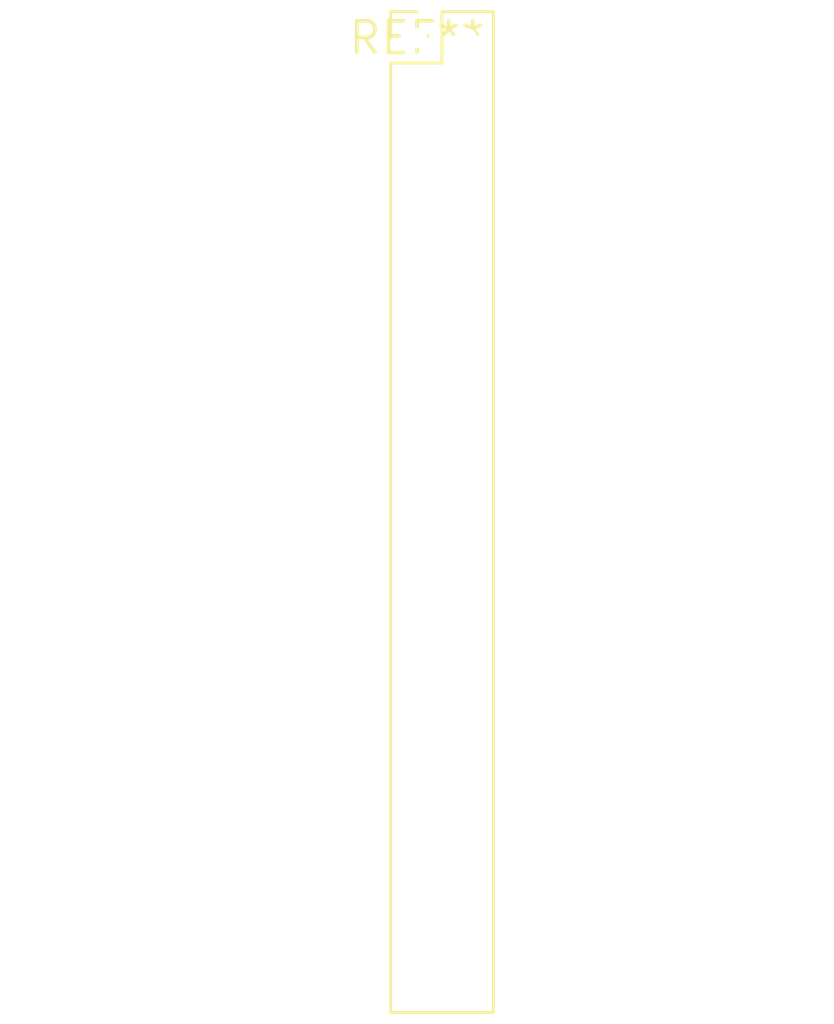
<source format=kicad_pcb>
(kicad_pcb (version 20240108) (generator pcbnew)
  (layers (0 "F.Cu" signal) (31 "B.Cu" signal) (34 "B.Paste" user) (35 "F.Paste" user) (36 "B.SilkS" user "B.Silkscreen") (37 "F.SilkS" user "F.Silkscreen") (38 "B.Mask" user) (39 "F.Mask" user) (44 "Edge.Cuts" user))
  (net 0 "")
  (footprint "PinHeader_2x20_P2.00mm_Vertical" (layer "F.Cu") (at 0 0)
    (property "Reference" "REF**")
    (property "Value" "PinHeader_2x20_P2.00mm_Vertical")
    (fp_line (start -1.06 -1.06) (end 0 -1.06) (layer "F.SilkS") (stroke (width 0.12)))
    (fp_line (start -1.06 0) (end -1.06 -1.06) (layer "F.SilkS") (stroke (width 0.12)))
    (fp_line (start -1.06 1) (end -1.06 39.06) (layer "F.SilkS") (stroke (width 0.12)))
    (fp_line (start -1.06 1) (end 1 1) (layer "F.SilkS") (stroke (width 0.12)))
    (fp_line (start -1.06 39.06) (end 3.06 39.06) (layer "F.SilkS") (stroke (width 0.12)))
    (fp_line (start 1 -1.06) (end 3.06 -1.06) (layer "F.SilkS") (stroke (width 0.12)))
    (fp_line (start 1 1) (end 1 -1.06) (layer "F.SilkS") (stroke (width 0.12)))
    (fp_line (start 3.06 -1.06) (end 3.06 39.06) (layer "F.SilkS") (stroke (width 0.12)))
    (pad "1" thru_hole rect (at 0 0) (size 1.35 1.35) (drill 0.8) (layers *.Cu *.Mask) (remove_unused_layers))
    (pad "2" thru_hole oval (at 2 0) (size 1.35 1.35) (drill 0.8) (layers *.Cu *.Mask) (remove_unused_layers))
    (pad "3" thru_hole oval (at 0 2) (size 1.35 1.35) (drill 0.8) (layers *.Cu *.Mask) (remove_unused_layers))
    (pad "4" thru_hole oval (at 2 2) (size 1.35 1.35) (drill 0.8) (layers *.Cu *.Mask) (remove_unused_layers))
    (pad "5" thru_hole oval (at 0 4) (size 1.35 1.35) (drill 0.8) (layers *.Cu *.Mask) (remove_unused_layers))
    (pad "6" thru_hole oval (at 2 4) (size 1.35 1.35) (drill 0.8) (layers *.Cu *.Mask) (remove_unused_layers))
    (pad "7" thru_hole oval (at 0 6) (size 1.35 1.35) (drill 0.8) (layers *.Cu *.Mask) (remove_unused_layers))
    (pad "8" thru_hole oval (at 2 6) (size 1.35 1.35) (drill 0.8) (layers *.Cu *.Mask) (remove_unused_layers))
    (pad "9" thru_hole oval (at 0 8) (size 1.35 1.35) (drill 0.8) (layers *.Cu *.Mask) (remove_unused_layers))
    (pad "10" thru_hole oval (at 2 8) (size 1.35 1.35) (drill 0.8) (layers *.Cu *.Mask) (remove_unused_layers))
    (pad "11" thru_hole oval (at 0 10) (size 1.35 1.35) (drill 0.8) (layers *.Cu *.Mask) (remove_unused_layers))
    (pad "12" thru_hole oval (at 2 10) (size 1.35 1.35) (drill 0.8) (layers *.Cu *.Mask) (remove_unused_layers))
    (pad "13" thru_hole oval (at 0 12) (size 1.35 1.35) (drill 0.8) (layers *.Cu *.Mask) (remove_unused_layers))
    (pad "14" thru_hole oval (at 2 12) (size 1.35 1.35) (drill 0.8) (layers *.Cu *.Mask) (remove_unused_layers))
    (pad "15" thru_hole oval (at 0 14) (size 1.35 1.35) (drill 0.8) (layers *.Cu *.Mask) (remove_unused_layers))
    (pad "16" thru_hole oval (at 2 14) (size 1.35 1.35) (drill 0.8) (layers *.Cu *.Mask) (remove_unused_layers))
    (pad "17" thru_hole oval (at 0 16) (size 1.35 1.35) (drill 0.8) (layers *.Cu *.Mask) (remove_unused_layers))
    (pad "18" thru_hole oval (at 2 16) (size 1.35 1.35) (drill 0.8) (layers *.Cu *.Mask) (remove_unused_layers))
    (pad "19" thru_hole oval (at 0 18) (size 1.35 1.35) (drill 0.8) (layers *.Cu *.Mask) (remove_unused_layers))
    (pad "20" thru_hole oval (at 2 18) (size 1.35 1.35) (drill 0.8) (layers *.Cu *.Mask) (remove_unused_layers))
    (pad "21" thru_hole oval (at 0 20) (size 1.35 1.35) (drill 0.8) (layers *.Cu *.Mask) (remove_unused_layers))
    (pad "22" thru_hole oval (at 2 20) (size 1.35 1.35) (drill 0.8) (layers *.Cu *.Mask) (remove_unused_layers))
    (pad "23" thru_hole oval (at 0 22) (size 1.35 1.35) (drill 0.8) (layers *.Cu *.Mask) (remove_unused_layers))
    (pad "24" thru_hole oval (at 2 22) (size 1.35 1.35) (drill 0.8) (layers *.Cu *.Mask) (remove_unused_layers))
    (pad "25" thru_hole oval (at 0 24) (size 1.35 1.35) (drill 0.8) (layers *.Cu *.Mask) (remove_unused_layers))
    (pad "26" thru_hole oval (at 2 24) (size 1.35 1.35) (drill 0.8) (layers *.Cu *.Mask) (remove_unused_layers))
    (pad "27" thru_hole oval (at 0 26) (size 1.35 1.35) (drill 0.8) (layers *.Cu *.Mask) (remove_unused_layers))
    (pad "28" thru_hole oval (at 2 26) (size 1.35 1.35) (drill 0.8) (layers *.Cu *.Mask) (remove_unused_layers))
    (pad "29" thru_hole oval (at 0 28) (size 1.35 1.35) (drill 0.8) (layers *.Cu *.Mask) (remove_unused_layers))
    (pad "30" thru_hole oval (at 2 28) (size 1.35 1.35) (drill 0.8) (layers *.Cu *.Mask) (remove_unused_layers))
    (pad "31" thru_hole oval (at 0 30) (size 1.35 1.35) (drill 0.8) (layers *.Cu *.Mask) (remove_unused_layers))
    (pad "32" thru_hole oval (at 2 30) (size 1.35 1.35) (drill 0.8) (layers *.Cu *.Mask) (remove_unused_layers))
    (pad "33" thru_hole oval (at 0 32) (size 1.35 1.35) (drill 0.8) (layers *.Cu *.Mask) (remove_unused_layers))
    (pad "34" thru_hole oval (at 2 32) (size 1.35 1.35) (drill 0.8) (layers *.Cu *.Mask) (remove_unused_layers))
    (pad "35" thru_hole oval (at 0 34) (size 1.35 1.35) (drill 0.8) (layers *.Cu *.Mask) (remove_unused_layers))
    (pad "36" thru_hole oval (at 2 34) (size 1.35 1.35) (drill 0.8) (layers *.Cu *.Mask) (remove_unused_layers))
    (pad "37" thru_hole oval (at 0 36) (size 1.35 1.35) (drill 0.8) (layers *.Cu *.Mask) (remove_unused_layers))
    (pad "38" thru_hole oval (at 2 36) (size 1.35 1.35) (drill 0.8) (layers *.Cu *.Mask) (remove_unused_layers))
    (pad "39" thru_hole oval (at 0 38) (size 1.35 1.35) (drill 0.8) (layers *.Cu *.Mask) (remove_unused_layers))
    (pad "40" thru_hole oval (at 2 38) (size 1.35 1.35) (drill 0.8) (layers *.Cu *.Mask) (remove_unused_layers))
  )
)
</source>
